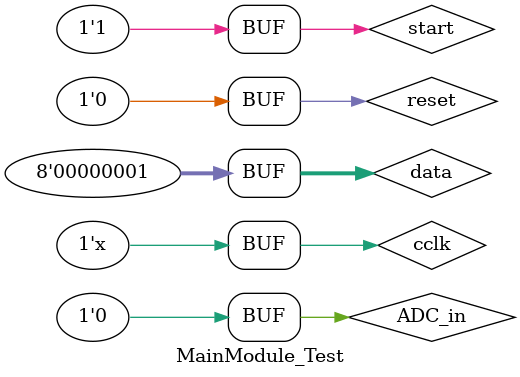
<source format=v>
`timescale 1ns / 1ps


module MainModule_Test;

	// Inputs
	reg ADC_in;
	reg cclk;
	reg reset;
	reg [7:0]data;
	reg start;

	// Outputs
	wire [7:0]RxD_data;
	wire PC_out;
	wire ADC_out;
	wire VGA_VSync;
	wire VGA_HSync;
	wire [1:0] VGA_R;
	wire [1:0] VGA_G;
	wire [1:0] VGA_B;

	// Instantiate the Unit Under Test (UUT)
	main_module #(.clkFrquency(25000000)) uut(
		.ADC_in(TxD), 
		.cclk(cclk), 
		.reset(reset), 
		.PC_out(PC_out), 
		//.ADC_out(ADC_out), 
		.VGA_VSync(VGA_VSync), 
		.VGA_HSync(VGA_HSync),
		.VGA_R(VGA_R), 
		.VGA_G(VGA_G), 
		.VGA_B(VGA_B)
	);
	async_receiver #(.ClkFrequency(25000000), .Baud(115200)) PC_R(
		 .clk(cclk), 
		 .RxD(PC_out), 
		 .RxD_data_ready(RxD_data_ready), 
		 .RxD_data(RxD_data), 
		 .RxD_idle(RxD_idle), 
		 .RxD_endofpacket(RxD_endofpacket), 
		 .OversamplingTick(OversamplingTick)
	);
	async_transmitter #(.ClkFrequency(25000000), .Baud(115200)) ADC_In (
		.clk(cclk), 
		.TxD_start(start), 
		.TxD_data(data), 
		.TxD(TxD), 
		.TxD_busy(busy), 
		.BitTick(BitTick)
	);
	initial begin
		// Initialize Inputs
		ADC_in = 0;
		cclk = 0;
		reset = 0;
		data = 1;
		start = 0;
		// Wait 100 ns for global reset to finish
		#100;
      start = 1;
		// Add stimulus here

	end
	always#4cclk = ~cclk;
endmodule


</source>
